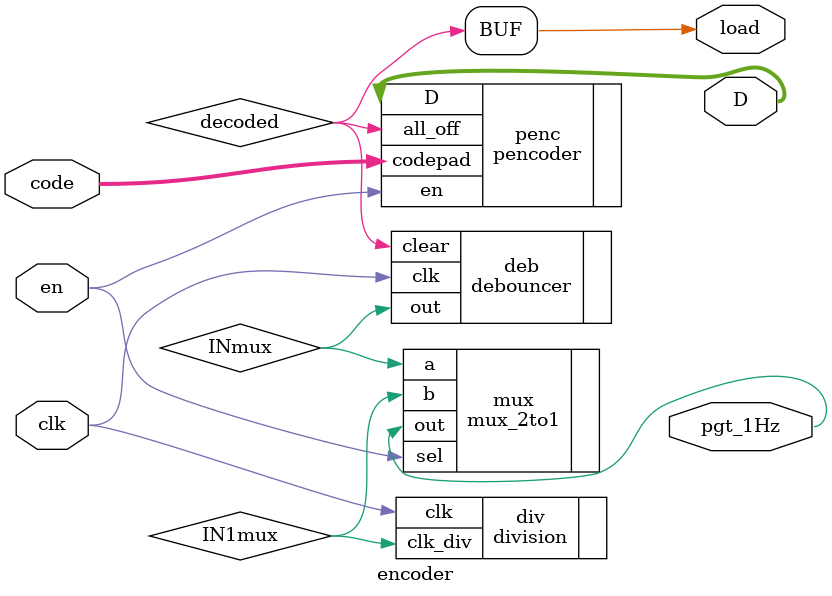
<source format=v>
module encoder(code, clk, en, D, pgt_1Hz, load);
  input wire [9:0] code;
  input wire clk, en;
  output wire [3:0] D;
  output wire pgt_1Hz, load;
  wire decoded, INmux, IN1mux;
  
  pencoder penc(.codepad(code), .en(en), .D(D), .all_off(decoded));
  debouncer deb(.clk(clk), .clear(decoded), .out(INmux));
  division div(.clk(clk), .clk_div(IN1mux));
  
  mux_2to1 mux(.a(INmux), .b(IN1mux), .sel(en), .out(pgt_1Hz));
  
  assign load = decoded;
endmodule

</source>
